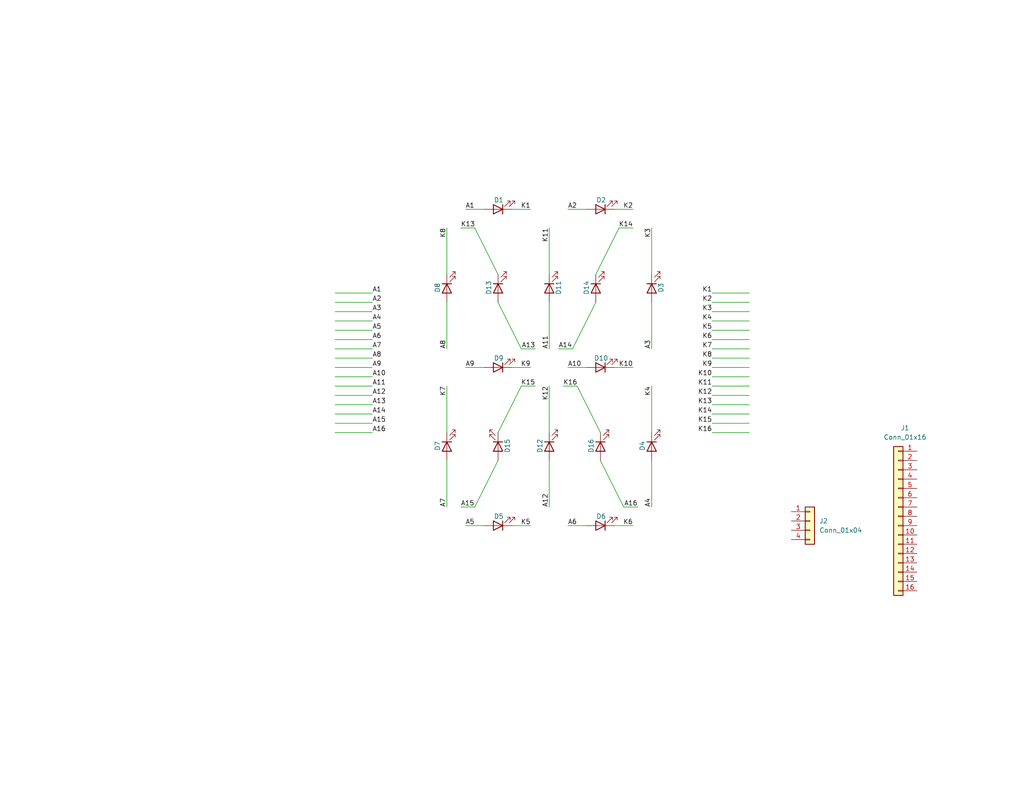
<source format=kicad_sch>
(kicad_sch (version 20210621) (generator eeschema)
  (paper "USLetter")
  (title_block (title "Numitrode 16-segment LED module") (date "2021-11-04") (rev "1") (comment 1 "CRM"))
  (lib_symbols
    (symbol "Connector_Generic:Conn_01x04" (pin_names (offset 1.016) hide)
      (property "Reference" "J" (at 0 5.08 0))
      (property "Value" "Conn_01x04" (at 0 -7.62 0))
      (symbol "Conn_01x04_1_1"
        (rectangle (start -1.27 -4.953) (end 0 -5.207) (stroke (width 0.1524)))
        (rectangle (start -1.27 -2.413) (end 0 -2.667) (stroke (width 0.1524)))
        (rectangle (start -1.27 0.127) (end 0 -0.127) (stroke (width 0.1524)))
        (rectangle (start -1.27 2.667) (end 0 2.413) (stroke (width 0.1524)))
        (rectangle (start -1.27 3.81) (end 1.27 -6.35) (stroke (width 0.254)) (fill (type background)))
        (pin passive line (at -5.08 2.54 0) (length 3.81) (name "Pin_1") (number "1"))
        (pin passive line (at -5.08 0 0) (length 3.81) (name "Pin_2") (number "2"))
        (pin passive line (at -5.08 -2.54 0) (length 3.81) (name "Pin_3") (number "3"))
        (pin passive line (at -5.08 -5.08 0) (length 3.81) (name "Pin_4") (number "4"))
      )
    )
    (symbol "Connector_Generic:Conn_01x16" (pin_names (offset 1.016) hide)
      (property "Reference" "J" (at 0 20.32 0))
      (property "Value" "Conn_01x16" (at 0 -22.86 0))
      (symbol "Conn_01x16_1_1"
        (rectangle (start -1.27 -20.193) (end 0 -20.447) (stroke (width 0.1524)))
        (rectangle (start -1.27 -17.653) (end 0 -17.907) (stroke (width 0.1524)))
        (rectangle (start -1.27 -15.113) (end 0 -15.367) (stroke (width 0.1524)))
        (rectangle (start -1.27 -12.573) (end 0 -12.827) (stroke (width 0.1524)))
        (rectangle (start -1.27 -10.033) (end 0 -10.287) (stroke (width 0.1524)))
        (rectangle (start -1.27 -7.493) (end 0 -7.747) (stroke (width 0.1524)))
        (rectangle (start -1.27 -4.953) (end 0 -5.207) (stroke (width 0.1524)))
        (rectangle (start -1.27 -2.413) (end 0 -2.667) (stroke (width 0.1524)))
        (rectangle (start -1.27 0.127) (end 0 -0.127) (stroke (width 0.1524)))
        (rectangle (start -1.27 2.667) (end 0 2.413) (stroke (width 0.1524)))
        (rectangle (start -1.27 5.207) (end 0 4.953) (stroke (width 0.1524)))
        (rectangle (start -1.27 7.747) (end 0 7.493) (stroke (width 0.1524)))
        (rectangle (start -1.27 10.287) (end 0 10.033) (stroke (width 0.1524)))
        (rectangle (start -1.27 12.827) (end 0 12.573) (stroke (width 0.1524)))
        (rectangle (start -1.27 15.367) (end 0 15.113) (stroke (width 0.1524)))
        (rectangle (start -1.27 17.907) (end 0 17.653) (stroke (width 0.1524)))
        (rectangle (start -1.27 19.05) (end 1.27 -21.59) (stroke (width 0.254)) (fill (type background)))
        (pin passive line (at -5.08 17.78 0) (length 3.81) (name "Pin_1") (number "1"))
        (pin passive line (at -5.08 -5.08 0) (length 3.81) (name "Pin_10") (number "10"))
        (pin passive line (at -5.08 -7.62 0) (length 3.81) (name "Pin_11") (number "11"))
        (pin passive line (at -5.08 -10.16 0) (length 3.81) (name "Pin_12") (number "12"))
        (pin passive line (at -5.08 -12.7 0) (length 3.81) (name "Pin_13") (number "13"))
        (pin passive line (at -5.08 -15.24 0) (length 3.81) (name "Pin_14") (number "14"))
        (pin passive line (at -5.08 -17.78 0) (length 3.81) (name "Pin_15") (number "15"))
        (pin passive line (at -5.08 -20.32 0) (length 3.81) (name "Pin_16") (number "16"))
        (pin passive line (at -5.08 15.24 0) (length 3.81) (name "Pin_2") (number "2"))
        (pin passive line (at -5.08 12.7 0) (length 3.81) (name "Pin_3") (number "3"))
        (pin passive line (at -5.08 10.16 0) (length 3.81) (name "Pin_4") (number "4"))
        (pin passive line (at -5.08 7.62 0) (length 3.81) (name "Pin_5") (number "5"))
        (pin passive line (at -5.08 5.08 0) (length 3.81) (name "Pin_6") (number "6"))
        (pin passive line (at -5.08 2.54 0) (length 3.81) (name "Pin_7") (number "7"))
        (pin passive line (at -5.08 0 0) (length 3.81) (name "Pin_8") (number "8"))
        (pin passive line (at -5.08 -2.54 0) (length 3.81) (name "Pin_9") (number "9"))
      )
    )
    (symbol "Device:LED" (pin_numbers hide) (pin_names (offset 1.016) hide)
      (property "Reference" "D" (at 0 2.54 0))
      (property "Value" "LED" (at 0 -2.54 0))
      (symbol "LED_0_1"
        (polyline (pts (xy -1.27 -1.27) (xy -1.27 1.27)) (stroke (width 0.254)))
        (polyline (pts (xy -1.27 0) (xy 1.27 0)))
        (polyline (pts (xy 1.27 -1.27) (xy 1.27 1.27) (xy -1.27 0) (xy 1.27 -1.27)) (stroke (width 0.254)))
        (polyline (pts (xy -3.048 -0.762) (xy -4.572 -2.286) (xy -3.81 -2.286) (xy -4.572 -2.286) (xy -4.572 -1.524)))
        (polyline (pts (xy -1.778 -0.762) (xy -3.302 -2.286) (xy -2.54 -2.286) (xy -3.302 -2.286) (xy -3.302 -1.524)))
      )
      (symbol "LED_1_1"
        (pin passive line (at -3.81 0 0) (length 2.54) (name "K") (number "1"))
        (pin passive line (at 3.81 0 180) (length 2.54) (name "A") (number "2"))
      )
    )
  )
  (wire (pts (xy 91.44 85.09) (xy 101.6 85.09)))
  (wire (pts (xy 139.7 143.51) (xy 144.78 143.51)))
  (wire (pts (xy 142.24 105.41) (xy 135.89 118.11)))
  (wire (pts (xy 125.73 138.43) (xy 129.54 138.43)))
  (wire (pts (xy 204.47 100.33) (xy 194.31 100.33)))
  (wire (pts (xy 149.86 138.43) (xy 149.86 125.73)))
  (wire (pts (xy 156.21 95.25) (xy 162.56 82.55)))
  (wire (pts (xy 204.47 90.17) (xy 194.31 90.17)))
  (wire (pts (xy 91.44 87.63) (xy 101.6 87.63)))
  (wire (pts (xy 204.47 115.57) (xy 194.31 115.57)))
  (wire (pts (xy 149.86 74.93) (xy 149.86 62.23)))
  (wire (pts (xy 154.94 143.51) (xy 160.02 143.51)))
  (wire (pts (xy 157.48 105.41) (xy 163.83 118.11)))
  (wire (pts (xy 204.47 80.01) (xy 194.31 80.01)))
  (wire (pts (xy 127 100.33) (xy 132.08 100.33)))
  (wire (pts (xy 91.44 110.49) (xy 101.6 110.49)))
  (wire (pts (xy 204.47 85.09) (xy 194.31 85.09)))
  (wire (pts (xy 91.44 82.55) (xy 101.6 82.55)))
  (wire (pts (xy 121.92 138.43) (xy 121.92 125.73)))
  (wire (pts (xy 91.44 118.11) (xy 101.6 118.11)))
  (wire (pts (xy 129.54 138.43) (xy 135.89 125.73)))
  (wire (pts (xy 204.47 87.63) (xy 194.31 87.63)))
  (wire (pts (xy 91.44 115.57) (xy 101.6 115.57)))
  (wire (pts (xy 146.05 105.41) (xy 142.24 105.41)))
  (wire (pts (xy 91.44 100.33) (xy 101.6 100.33)))
  (wire (pts (xy 91.44 107.95) (xy 101.6 107.95)))
  (wire (pts (xy 204.47 95.25) (xy 194.31 95.25)))
  (wire (pts (xy 139.7 57.15) (xy 144.78 57.15)))
  (wire (pts (xy 91.44 97.79) (xy 101.6 97.79)))
  (wire (pts (xy 152.4 95.25) (xy 156.21 95.25)))
  (wire (pts (xy 204.47 118.11) (xy 194.31 118.11)))
  (wire (pts (xy 172.72 62.23) (xy 168.91 62.23)))
  (wire (pts (xy 204.47 105.41) (xy 194.31 105.41)))
  (wire (pts (xy 177.8 95.25) (xy 177.8 82.55)))
  (wire (pts (xy 167.64 57.15) (xy 172.72 57.15)))
  (wire (pts (xy 204.47 110.49) (xy 194.31 110.49)))
  (wire (pts (xy 204.47 92.71) (xy 194.31 92.71)))
  (wire (pts (xy 204.47 107.95) (xy 194.31 107.95)))
  (wire (pts (xy 121.92 95.25) (xy 121.92 82.55)))
  (wire (pts (xy 91.44 95.25) (xy 101.6 95.25)))
  (wire (pts (xy 127 143.51) (xy 132.08 143.51)))
  (wire (pts (xy 129.54 62.23) (xy 135.89 74.93)))
  (wire (pts (xy 125.73 62.23) (xy 129.54 62.23)))
  (wire (pts (xy 204.47 97.79) (xy 194.31 97.79)))
  (wire (pts (xy 91.44 92.71) (xy 101.6 92.71)))
  (wire (pts (xy 204.47 82.55) (xy 194.31 82.55)))
  (wire (pts (xy 149.86 118.11) (xy 149.86 105.41)))
  (wire (pts (xy 204.47 113.03) (xy 194.31 113.03)))
  (wire (pts (xy 142.24 95.25) (xy 135.89 82.55)))
  (wire (pts (xy 149.86 95.25) (xy 149.86 82.55)))
  (wire (pts (xy 91.44 90.17) (xy 101.6 90.17)))
  (wire (pts (xy 167.64 100.33) (xy 172.72 100.33)))
  (wire (pts (xy 91.44 105.41) (xy 101.6 105.41)))
  (wire (pts (xy 167.64 143.51) (xy 172.72 143.51)))
  (wire (pts (xy 168.91 62.23) (xy 162.56 74.93)))
  (wire (pts (xy 153.67 105.41) (xy 157.48 105.41)))
  (wire (pts (xy 173.99 138.43) (xy 170.18 138.43)))
  (wire (pts (xy 204.47 102.87) (xy 194.31 102.87)))
  (wire (pts (xy 177.8 74.93) (xy 177.8 62.23)))
  (wire (pts (xy 91.44 80.01) (xy 101.6 80.01)))
  (wire (pts (xy 121.92 118.11) (xy 121.92 105.41)))
  (wire (pts (xy 177.8 138.43) (xy 177.8 125.73)))
  (wire (pts (xy 146.05 95.25) (xy 142.24 95.25)))
  (wire (pts (xy 154.94 100.33) (xy 160.02 100.33)))
  (wire (pts (xy 154.94 57.15) (xy 160.02 57.15)))
  (wire (pts (xy 170.18 138.43) (xy 163.83 125.73)))
  (wire (pts (xy 139.7 100.33) (xy 144.78 100.33)))
  (wire (pts (xy 91.44 113.03) (xy 101.6 113.03)))
  (wire (pts (xy 121.92 74.93) (xy 121.92 62.23)))
  (wire (pts (xy 91.44 102.87) (xy 101.6 102.87)))
  (wire (pts (xy 177.8 118.11) (xy 177.8 105.41)))
  (wire (pts (xy 127 57.15) (xy 132.08 57.15)))
  (label "A14" (at 101.6 113.03 0))
  (label "K16" (at 153.67 105.41 0))
  (label "A8" (at 101.6 97.79 0))
  (label "A13" (at 101.6 110.49 0))
  (label "K13" (at 194.31 110.49 180))
  (label "K11" (at 194.31 105.41 180))
  (label "K8" (at 121.92 62.23 270))
  (label "K11" (at 149.86 62.23 270))
  (label "K9" (at 144.78 100.33 180))
  (label "K6" (at 194.31 92.71 180))
  (label "A7" (at 121.92 138.43 90))
  (label "K9" (at 194.31 100.33 180))
  (label "A3" (at 177.8 95.25 90))
  (label "A16" (at 173.99 138.43 180))
  (label "A6" (at 101.6 92.71 0))
  (label "K4" (at 194.31 87.63 180))
  (label "A1" (at 101.6 80.01 0))
  (label "A2" (at 101.6 82.55 0))
  (label "K15" (at 194.31 115.57 180))
  (label "A14" (at 152.4 95.25 0))
  (label "A7" (at 101.6 95.25 0))
  (label "K2" (at 194.31 82.55 180))
  (label "K12" (at 194.31 107.95 180))
  (label "A12" (at 101.6 107.95 0))
  (label "K10" (at 194.31 102.87 180))
  (label "K10" (at 172.72 100.33 180))
  (label "A11" (at 101.6 105.41 0))
  (label "A13" (at 146.05 95.25 180))
  (label "K3" (at 194.31 85.09 180))
  (label "A9" (at 127 100.33 0))
  (label "A3" (at 101.6 85.09 0))
  (label "A2" (at 154.94 57.15 0))
  (label "K1" (at 144.78 57.15 180))
  (label "A16" (at 101.6 118.11 0))
  (label "K2" (at 172.72 57.15 180))
  (label "K6" (at 172.72 143.51 180))
  (label "K15" (at 146.05 105.41 180))
  (label "K5" (at 194.31 90.17 180))
  (label "K3" (at 177.8 62.23 270))
  (label "K14" (at 172.72 62.23 180))
  (label "K12" (at 149.86 105.41 270))
  (label "A5" (at 127 143.51 0))
  (label "K1" (at 194.31 80.01 180))
  (label "K4" (at 177.8 105.41 270))
  (label "A4" (at 177.8 138.43 90))
  (label "K7" (at 121.92 105.41 270))
  (label "A11" (at 149.86 95.25 90))
  (label "A5" (at 101.6 90.17 0))
  (label "K13" (at 125.73 62.23 0))
  (label "A10" (at 154.94 100.33 0))
  (label "A12" (at 149.86 138.43 90))
  (label "K7" (at 194.31 95.25 180))
  (label "A4" (at 101.6 87.63 0))
  (label "A1" (at 127 57.15 0))
  (label "A9" (at 101.6 100.33 0))
  (label "K8" (at 194.31 97.79 180))
  (label "A15" (at 101.6 115.57 0))
  (label "A6" (at 154.94 143.51 0))
  (label "A15" (at 125.73 138.43 0))
  (label "A8" (at 121.92 95.25 90))
  (label "K14" (at 194.31 113.03 180))
  (label "K5" (at 144.78 143.51 180))
  (label "A10" (at 101.6 102.87 0))
  (label "K16" (at 194.31 118.11 180))
  (symbol (lib_id "Device:LED") (at 149.86 78.74 90) (mirror x) (unit 1)
    (property "Reference" "D11" (at 152.4 78.5495 0))
    (property "Value" "LED" (effects hide))
    (property "Footprint" "_Numitrode:LED Filament 38mm" (effects hide))
  )
  (symbol (lib_id "Connector_Generic:Conn_01x16") (at 245.11 140.97 0) (mirror y) (unit 1)
    (property "Reference" "J1" (at 246.9515 116.84 0))
    (property "Value" "Conn_01x16" (at 246.9515 119.38 0))
    (property "Footprint" "Connector_PinHeader_2.54mm:PinHeader_1x16_P2.54mm_Vertical" (effects hide))
  )
  (symbol (lib_id "Device:LED") (at 177.8 121.92 90) (mirror x) (unit 1)
    (property "Reference" "D4" (at 175.26 121.7295 0))
    (property "Value" "LED" (effects hide))
    (property "Footprint" "_Numitrode:LED Filament 38mm" (effects hide))
  )
  (symbol (lib_id "Device:LED") (at 121.92 121.92 90) (mirror x) (unit 1)
    (property "Reference" "D7" (at 119.38 121.7295 0))
    (property "Value" "LED" (effects hide))
    (property "Footprint" "_Numitrode:LED Filament 38mm" (effects hide))
  )
  (symbol (lib_id "Device:LED") (at 135.89 143.51 180) (unit 1)
    (property "Reference" "D5" (at 136.0805 140.97 0))
    (property "Value" "LED" (effects hide))
    (property "Footprint" "_Numitrode:LED Filament 20mm" (effects hide))
  )
  (symbol (lib_id "Connector_Generic:Conn_01x04") (at 220.98 142.24 0) (unit 1)
    (property "Reference" "J2" (at 223.52 142.2399 0) (effects (justify left)))
    (property "Value" "Conn_01x04" (at 223.52 144.7799 0) (effects (justify left)))
    (property "Footprint" "Connector_PinHeader_2.54mm:PinHeader_1x04_P2.54mm_Vertical" (effects hide))
  )
  (symbol (lib_id "Device:LED") (at 163.83 100.33 180) (unit 1)
    (property "Reference" "D10" (at 164.0205 97.79 0))
    (property "Value" "LED" (effects hide))
    (property "Footprint" "_Numitrode:LED Filament 20mm" (effects hide))
  )
  (symbol (lib_id "Device:LED") (at 163.83 143.51 180) (unit 1)
    (property "Reference" "D6" (at 164.0205 140.97 0))
    (property "Value" "LED" (effects hide))
    (property "Footprint" "_Numitrode:LED Filament 20mm" (effects hide))
  )
  (symbol (lib_id "Device:LED") (at 163.83 121.92 90) (mirror x) (unit 1)
    (property "Reference" "D16" (at 161.29 121.7295 0))
    (property "Value" "LED" (effects hide))
    (property "Footprint" "_Numitrode:LED Filament 38mm" (effects hide))
  )
  (symbol (lib_id "Device:LED") (at 163.83 57.15 180) (unit 1)
    (property "Reference" "D2" (at 164.0205 54.61 0))
    (property "Value" "LED" (effects hide))
    (property "Footprint" "_Numitrode:LED Filament 20mm" (effects hide))
  )
  (symbol (lib_id "Device:LED") (at 135.89 78.74 90) (mirror x) (unit 1)
    (property "Reference" "D13" (at 133.35 78.5495 0))
    (property "Value" "LED" (effects hide))
    (property "Footprint" "_Numitrode:LED Filament 38mm" (effects hide))
  )
  (symbol (lib_id "Device:LED") (at 135.89 57.15 180) (unit 1)
    (property "Reference" "D1" (at 136.0805 54.61 0))
    (property "Value" "LED" (effects hide))
    (property "Footprint" "_Numitrode:LED Filament 20mm" (effects hide))
  )
  (symbol (lib_id "Device:LED") (at 177.8 78.74 90) (mirror x) (unit 1)
    (property "Reference" "D3" (at 180.34 78.5495 0))
    (property "Value" "LED" (effects hide))
    (property "Footprint" "_Numitrode:LED Filament 38mm" (effects hide))
  )
  (symbol (lib_id "Device:LED") (at 135.89 100.33 180) (unit 1)
    (property "Reference" "D9" (at 136.0805 97.79 0))
    (property "Value" "LED" (effects hide))
    (property "Footprint" "_Numitrode:LED Filament 20mm" (effects hide))
  )
  (symbol (lib_id "Device:LED") (at 162.56 78.74 90) (mirror x) (unit 1)
    (property "Reference" "D14" (at 160.02 78.5495 0))
    (property "Value" "LED" (effects hide))
    (property "Footprint" "_Numitrode:LED Filament 38mm" (effects hide))
  )
  (symbol (lib_id "Device:LED") (at 135.89 121.92 270) (unit 1)
    (property "Reference" "D15" (at 138.43 121.7295 0))
    (property "Value" "LED" (effects hide))
    (property "Footprint" "_Numitrode:LED Filament 38mm" (effects hide))
  )
  (symbol (lib_id "Device:LED") (at 121.92 78.74 90) (mirror x) (unit 1)
    (property "Reference" "D8" (at 119.38 78.5495 0))
    (property "Value" "LED" (effects hide))
    (property "Footprint" "_Numitrode:LED Filament 38mm" (effects hide))
  )
  (symbol (lib_id "Device:LED") (at 149.86 121.92 90) (mirror x) (unit 1)
    (property "Reference" "D12" (at 147.32 121.7295 0))
    (property "Value" "LED" (effects hide))
    (property "Footprint" "_Numitrode:LED Filament 38mm" (effects hide))
  )
)
</source>
